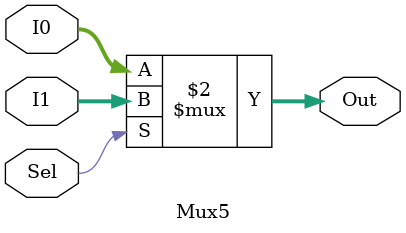
<source format=v>
module Mux(Out,I0,I1,Sel);

output [31:0] Out;
input  [31:0] I0,I1;
input  Sel;

assign Out=(~Sel)?I0:I1;

endmodule

module Mux5(Out,I0,I1,Sel);

output [4:0] Out;
input  [4:0] I0,I1;
input  Sel;

assign Out=(~Sel)?I0:I1;

endmodule

</source>
